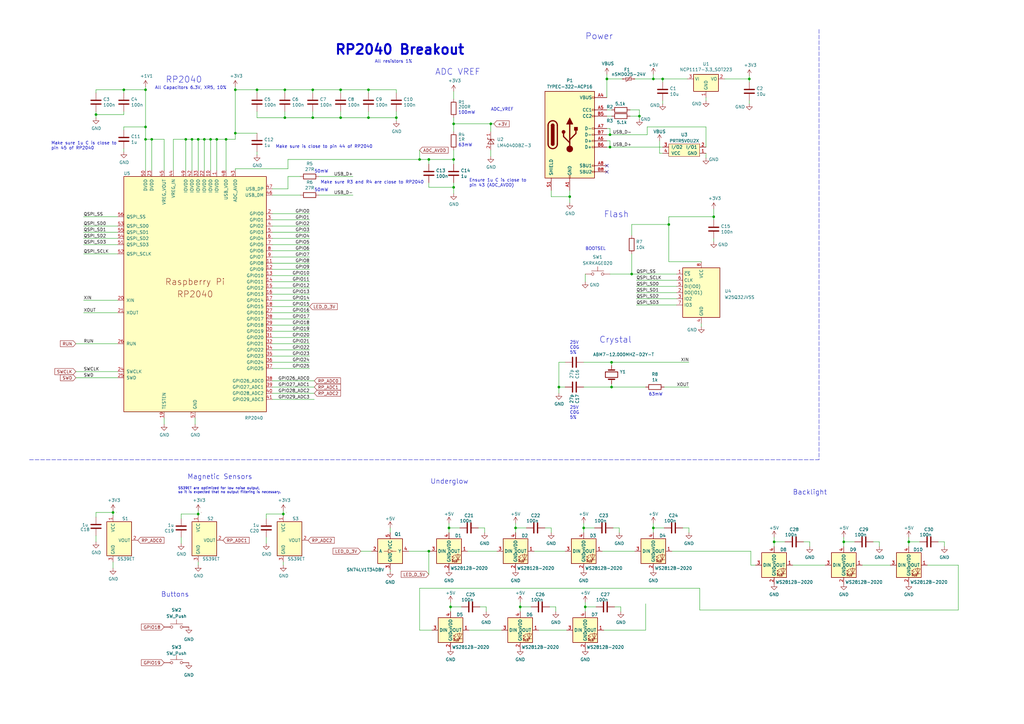
<source format=kicad_sch>
(kicad_sch (version 20230121) (generator eeschema)
  (paper "A3")
  (title_block (title "RP2040 Minimal Design Example") (date "2020-12-18") (rev "REV1") (company "Raspberry Pi (Trading) Ltd"))
  (junction (at 172.085 65.405))
  (junction (at 59.69 36.83))
  (junction (at 250.825 158.75))
  (junction (at 184.15 216.535))
  (junction (at 162.56 48.26))
  (junction (at 46.355 210.185))
  (junction (at 262.255 47.625))
  (junction (at 96.52 54.61))
  (junction (at 186.055 50.8))
  (junction (at 233.68 80.645))
  (junction (at 151.13 48.26))
  (junction (at 116.205 210.82))
  (junction (at 267.97 32.385))
  (junction (at 211.455 216.535))
  (junction (at 240.03 248.92))
  (junction (at 50.8 36.83))
  (junction (at 86.36 57.15))
  (junction (at 317.5 222.25))
  (junction (at 201.295 50.8))
  (junction (at 186.055 65.405))
  (junction (at 259.08 112.395))
  (junction (at 267.97 216.535))
  (junction (at 76.2 57.15))
  (junction (at 213.36 248.92))
  (junction (at 116.84 48.26))
  (junction (at 271.78 32.385))
  (junction (at 83.82 57.15))
  (junction (at 62.23 57.15))
  (junction (at 184.785 248.92))
  (junction (at 248.92 32.385))
  (junction (at 92.71 57.15))
  (junction (at 307.34 32.385))
  (junction (at 372.745 222.25))
  (junction (at 151.13 36.83))
  (junction (at 250.19 60.325))
  (junction (at 59.69 57.15))
  (junction (at 96.52 36.83))
  (junction (at 346.075 222.25))
  (junction (at 88.9 57.15))
  (junction (at 274.32 92.075))
  (junction (at 59.69 52.07))
  (junction (at 78.74 57.15))
  (junction (at 81.28 57.15))
  (junction (at 81.28 210.82))
  (junction (at 250.825 148.59))
  (junction (at 250.19 55.245))
  (junction (at 128.27 36.83))
  (junction (at 229.235 158.75))
  (junction (at 128.27 48.26))
  (junction (at 292.735 88.9))
  (junction (at 39.37 46.99))
  (junction (at 116.84 36.83))
  (junction (at 175.895 226.06))
  (junction (at 105.41 36.83))
  (junction (at 239.395 216.535))
  (junction (at 139.7 48.26))
  (junction (at 175.895 65.405))
  (junction (at 186.055 76.835))
  (junction (at 139.7 36.83))
  (no_connect (at 248.92 67.945))
  (no_connect (at 248.92 70.485))
  (wire (pts (xy 184.785 248.92) (xy 184.785 250.825)))
  (wire (pts (xy 34.29 100.33) (xy 48.26 100.33)))
  (wire (pts (xy 271.78 62.865) (xy 270.51 62.865)))
  (wire (pts (xy 92.71 69.85) (xy 92.71 57.15)))
  (wire (pts (xy 74.295 220.345) (xy 74.295 222.885)))
  (wire (pts (xy 116.205 210.82) (xy 109.22 210.82)))
  (wire (pts (xy 46.355 230.505) (xy 46.355 233.045)))
  (wire (pts (xy 191.77 226.06) (xy 203.835 226.06)))
  (wire (pts (xy 48.26 128.27) (xy 34.29 128.27)))
  (wire (pts (xy 59.69 36.83) (xy 59.69 52.07)))
  (wire (pts (xy 48.26 104.14) (xy 34.29 104.14)))
  (wire (pts (xy 325.12 231.775) (xy 338.455 231.775)))
  (wire (pts (xy 281.94 32.385) (xy 271.78 32.385)))
  (wire (pts (xy 39.37 36.83) (xy 50.8 36.83)))
  (wire (pts (xy 96.52 35.56) (xy 96.52 36.83)))
  (wire (pts (xy 239.395 216.535) (xy 243.84 216.535)))
  (wire (pts (xy 128.27 36.83) (xy 139.7 36.83)))
  (wire (pts (xy 250.825 157.48) (xy 250.825 158.75)))
  (wire (pts (xy 260.35 32.385) (xy 267.97 32.385)))
  (wire (pts (xy 50.8 60.96) (xy 50.8 62.23)))
  (wire (pts (xy 332.105 222.25) (xy 332.105 224.155)))
  (wire (pts (xy 50.8 52.07) (xy 59.69 52.07)))
  (wire (pts (xy 111.76 151.13) (xy 127 151.13)))
  (wire (pts (xy 111.76 140.97) (xy 127 140.97)))
  (wire (pts (xy 239.395 148.59) (xy 250.825 148.59)))
  (wire (pts (xy 81.28 57.15) (xy 83.82 57.15)))
  (wire (pts (xy 240.03 248.92) (xy 244.475 248.92)))
  (wire (pts (xy 264.795 247.65) (xy 264.795 258.445)))
  (wire (pts (xy 139.7 45.72) (xy 139.7 48.26)))
  (wire (pts (xy 250.825 45.085) (xy 248.92 45.085)))
  (wire (pts (xy 105.41 36.83) (xy 116.84 36.83)))
  (wire (pts (xy 240.03 112.395) (xy 240.03 115.57)))
  (wire (pts (xy 274.32 92.075) (xy 274.32 88.9)))
  (wire (pts (xy 48.26 88.9) (xy 34.29 88.9)))
  (wire (pts (xy 250.825 158.75) (xy 264.795 158.75)))
  (wire (pts (xy 213.36 248.92) (xy 217.805 248.92)))
  (wire (pts (xy 393.065 250.19) (xy 287.02 250.19)))
  (wire (pts (xy 186.055 74.93) (xy 186.055 76.835)))
  (wire (pts (xy 160.02 216.535) (xy 160.02 218.44)))
  (wire (pts (xy 184.785 248.92) (xy 189.23 248.92)))
  (wire (pts (xy 46.355 209.55) (xy 46.355 210.185)))
  (wire (pts (xy 118.11 69.215) (xy 118.11 65.405)))
  (wire (pts (xy 297.18 32.385) (xy 307.34 32.385)))
  (wire (pts (xy 34.29 123.19) (xy 48.26 123.19)))
  (wire (pts (xy 250.19 60.325) (xy 271.78 60.325)))
  (wire (pts (xy 267.97 216.535) (xy 272.415 216.535)))
  (wire (pts (xy 88.9 57.15) (xy 92.71 57.15)))
  (wire (pts (xy 186.055 50.8) (xy 201.295 50.8)))
  (wire (pts (xy 81.28 69.85) (xy 81.28 57.15)))
  (wire (pts (xy 111.76 120.65) (xy 127 120.65)))
  (wire (pts (xy 184.15 216.535) (xy 184.15 218.44)))
  (wire (pts (xy 116.84 48.26) (xy 105.41 48.26)))
  (wire (pts (xy 172.085 258.445) (xy 177.165 258.445)))
  (wire (pts (xy 59.69 57.15) (xy 59.69 69.85)))
  (wire (pts (xy 116.205 210.82) (xy 116.205 211.455)))
  (wire (pts (xy 111.76 138.43) (xy 127 138.43)))
  (wire (pts (xy 111.76 92.71) (xy 127 92.71)))
  (wire (pts (xy 175.895 235.585) (xy 175.895 226.06)))
  (wire (pts (xy 111.76 118.11) (xy 127 118.11)))
  (wire (pts (xy 250.19 55.245) (xy 265.43 55.245)))
  (wire (pts (xy 248.92 47.625) (xy 250.825 47.625)))
  (wire (pts (xy 265.43 52.07) (xy 265.43 55.245)))
  (wire (pts (xy 332.105 222.25) (xy 329.565 222.25)))
  (wire (pts (xy 233.68 80.645) (xy 233.68 83.185)))
  (wire (pts (xy 267.97 32.385) (xy 271.78 32.385)))
  (wire (pts (xy 393.065 231.775) (xy 393.065 250.19)))
  (wire (pts (xy 213.36 248.92) (xy 213.36 250.825)))
  (wire (pts (xy 96.52 54.61) (xy 105.41 54.61)))
  (wire (pts (xy 128.27 38.1) (xy 128.27 36.83)))
  (wire (pts (xy 250.19 52.705) (xy 250.19 55.245)))
  (wire (pts (xy 219.075 226.06) (xy 231.775 226.06)))
  (wire (pts (xy 76.2 69.85) (xy 76.2 57.15)))
  (polyline (pts (xy 335.915 12.065) (xy 335.915 188.595)) (stroke (width 0) (type dash)))
  (wire (pts (xy 116.84 45.72) (xy 116.84 48.26)))
  (wire (pts (xy 96.52 36.83) (xy 96.52 54.61)))
  (wire (pts (xy 199.39 248.92) (xy 199.39 250.825)))
  (wire (pts (xy 81.28 209.55) (xy 81.28 210.82)))
  (wire (pts (xy 275.59 226.06) (xy 307.975 226.06)))
  (wire (pts (xy 250.825 149.86) (xy 250.825 148.59)))
  (wire (pts (xy 231.775 158.75) (xy 229.235 158.75)))
  (wire (pts (xy 198.755 216.535) (xy 198.755 218.44)))
  (wire (pts (xy 186.055 65.405) (xy 186.055 67.31)))
  (wire (pts (xy 287.655 132.715) (xy 287.655 133.985)))
  (wire (pts (xy 105.41 38.1) (xy 105.41 36.83)))
  (wire (pts (xy 248.92 32.385) (xy 248.92 40.005)))
  (wire (pts (xy 62.23 69.85) (xy 62.23 57.15)))
  (wire (pts (xy 254 216.535) (xy 251.46 216.535)))
  (wire (pts (xy 172.085 241.3) (xy 172.085 258.445)))
  (wire (pts (xy 109.22 220.345) (xy 109.22 222.885)))
  (wire (pts (xy 92.71 57.15) (xy 96.52 57.15)))
  (wire (pts (xy 262.255 47.625) (xy 262.255 48.895)))
  (wire (pts (xy 167.64 226.06) (xy 175.895 226.06)))
  (wire (pts (xy 353.695 231.775) (xy 365.125 231.775)))
  (wire (pts (xy 175.895 226.06) (xy 176.53 226.06)))
  (wire (pts (xy 34.29 92.71) (xy 48.26 92.71)))
  (wire (pts (xy 184.15 214.63) (xy 184.15 216.535)))
  (wire (pts (xy 248.92 30.48) (xy 248.92 32.385)))
  (wire (pts (xy 267.97 30.48) (xy 267.97 32.385)))
  (wire (pts (xy 83.82 57.15) (xy 86.36 57.15)))
  (wire (pts (xy 111.76 87.63) (xy 127 87.63)))
  (wire (pts (xy 88.9 57.15) (xy 88.9 69.85)))
  (wire (pts (xy 317.5 222.25) (xy 321.945 222.25)))
  (wire (pts (xy 111.76 107.95) (xy 127 107.95)))
  (wire (pts (xy 227.965 248.92) (xy 227.965 250.825)))
  (wire (pts (xy 240.03 248.92) (xy 240.03 250.825)))
  (wire (pts (xy 184.785 247.015) (xy 184.785 248.92)))
  (wire (pts (xy 172.085 61.595) (xy 172.085 65.405)))
  (wire (pts (xy 307.34 41.275) (xy 307.34 42.545)))
  (wire (pts (xy 162.56 38.1) (xy 162.56 36.83)))
  (wire (pts (xy 287.02 241.3) (xy 287.02 250.19)))
  (wire (pts (xy 307.975 226.06) (xy 307.975 231.775)))
  (wire (pts (xy 130.81 80.01) (xy 144.78 80.01)))
  (wire (pts (xy 250.19 112.395) (xy 259.08 112.395)))
  (wire (pts (xy 111.76 133.35) (xy 127 133.35)))
  (wire (pts (xy 271.78 41.275) (xy 271.78 42.545)))
  (wire (pts (xy 111.76 105.41) (xy 127 105.41)))
  (wire (pts (xy 81.28 210.82) (xy 74.295 210.82)))
  (wire (pts (xy 34.29 95.25) (xy 48.26 95.25)))
  (wire (pts (xy 151.13 38.1) (xy 151.13 36.83)))
  (wire (pts (xy 250.19 60.325) (xy 250.19 57.785)))
  (wire (pts (xy 118.11 72.39) (xy 123.19 72.39)))
  (wire (pts (xy 67.31 69.85) (xy 67.31 57.15)))
  (wire (pts (xy 151.13 45.72) (xy 151.13 48.26)))
  (wire (pts (xy 111.76 130.81) (xy 127 130.81)))
  (wire (pts (xy 80.01 171.45) (xy 80.01 173.99)))
  (wire (pts (xy 111.76 128.27) (xy 127 128.27)))
  (wire (pts (xy 259.08 104.14) (xy 259.08 112.395)))
  (wire (pts (xy 201.295 50.8) (xy 201.295 53.975)))
  (wire (pts (xy 39.37 46.99) (xy 39.37 48.26)))
  (wire (pts (xy 274.32 88.9) (xy 292.735 88.9)))
  (wire (pts (xy 186.055 61.595) (xy 186.055 65.405)))
  (wire (pts (xy 229.235 148.59) (xy 229.235 158.75)))
  (wire (pts (xy 31.115 140.97) (xy 48.26 140.97)))
  (wire (pts (xy 317.5 220.345) (xy 317.5 222.25)))
  (wire (pts (xy 39.37 46.99) (xy 50.8 46.99)))
  (wire (pts (xy 227.965 248.92) (xy 225.425 248.92)))
  (wire (pts (xy 289.56 62.865) (xy 289.56 64.77)))
  (wire (pts (xy 111.76 125.73) (xy 127 125.73)))
  (polyline (pts (xy 12.065 188.595) (xy 335.915 188.595)) (stroke (width 0) (type dash)))
  (wire (pts (xy 111.76 115.57) (xy 127 115.57)))
  (wire (pts (xy 78.74 57.15) (xy 81.28 57.15)))
  (wire (pts (xy 282.575 216.535) (xy 280.035 216.535)))
  (wire (pts (xy 39.37 219.71) (xy 39.37 222.25)))
  (wire (pts (xy 151.13 48.26) (xy 162.56 48.26)))
  (wire (pts (xy 270.51 62.865) (xy 270.51 57.785)))
  (wire (pts (xy 31.115 152.4) (xy 48.26 152.4)))
  (wire (pts (xy 277.495 117.475) (xy 260.985 117.475)))
  (wire (pts (xy 211.455 214.63) (xy 211.455 216.535)))
  (wire (pts (xy 105.41 45.72) (xy 105.41 48.26)))
  (wire (pts (xy 71.12 57.15) (xy 76.2 57.15)))
  (wire (pts (xy 198.755 216.535) (xy 196.215 216.535)))
  (wire (pts (xy 262.255 45.085) (xy 262.255 47.625)))
  (wire (pts (xy 74.295 210.82) (xy 74.295 212.725)))
  (wire (pts (xy 372.745 222.25) (xy 377.19 222.25)))
  (wire (pts (xy 175.895 65.405) (xy 186.055 65.405)))
  (wire (pts (xy 239.395 158.75) (xy 250.825 158.75)))
  (wire (pts (xy 151.13 36.83) (xy 162.56 36.83)))
  (wire (pts (xy 231.775 148.59) (xy 229.235 148.59)))
  (wire (pts (xy 186.055 48.26) (xy 186.055 50.8)))
  (wire (pts (xy 130.81 72.39) (xy 144.78 72.39)))
  (wire (pts (xy 292.735 90.17) (xy 292.735 88.9)))
  (wire (pts (xy 307.34 32.385) (xy 307.34 31.115)))
  (wire (pts (xy 292.735 85.725) (xy 292.735 88.9)))
  (wire (pts (xy 265.43 52.07) (xy 289.56 52.07)))
  (wire (pts (xy 111.76 156.21) (xy 128.905 156.21)))
  (wire (pts (xy 260.985 125.095) (xy 277.495 125.095)))
  (wire (pts (xy 247.65 258.445) (xy 264.795 258.445)))
  (wire (pts (xy 111.76 100.33) (xy 127 100.33)))
  (wire (pts (xy 59.69 35.56) (xy 59.69 36.83)))
  (wire (pts (xy 46.355 210.185) (xy 46.355 211.455)))
  (wire (pts (xy 96.52 69.215) (xy 96.52 69.85)))
  (wire (pts (xy 139.7 48.26) (xy 128.27 48.26)))
  (wire (pts (xy 147.955 226.06) (xy 152.4 226.06)))
  (wire (pts (xy 111.76 163.83) (xy 128.905 163.83)))
  (wire (pts (xy 111.76 158.75) (xy 128.905 158.75)))
  (wire (pts (xy 213.36 247.015) (xy 213.36 248.92)))
  (wire (pts (xy 175.895 65.405) (xy 175.895 67.31)))
  (wire (pts (xy 111.76 113.03) (xy 127 113.03)))
  (wire (pts (xy 39.37 45.72) (xy 39.37 46.99)))
  (wire (pts (xy 160.02 233.68) (xy 160.02 234.315)))
  (wire (pts (xy 240.03 247.015) (xy 240.03 248.92)))
  (wire (pts (xy 229.235 158.75) (xy 229.235 161.29)))
  (wire (pts (xy 116.205 209.55) (xy 116.205 210.82)))
  (wire (pts (xy 186.055 37.465) (xy 186.055 40.64)))
  (wire (pts (xy 105.41 63.5) (xy 105.41 62.23)))
  (wire (pts (xy 346.075 222.25) (xy 346.075 224.155)))
  (wire (pts (xy 346.075 220.345) (xy 346.075 222.25)))
  (wire (pts (xy 239.395 216.535) (xy 239.395 218.44)))
  (wire (pts (xy 307.34 33.655) (xy 307.34 32.385)))
  (wire (pts (xy 111.76 97.79) (xy 127 97.79)))
  (wire (pts (xy 372.745 220.345) (xy 372.745 222.25)))
  (wire (pts (xy 360.68 222.25) (xy 358.14 222.25)))
  (wire (pts (xy 186.055 50.8) (xy 186.055 53.975)))
  (wire (pts (xy 260.985 122.555) (xy 277.495 122.555)))
  (wire (pts (xy 372.745 222.25) (xy 372.745 224.155)))
  (wire (pts (xy 31.115 154.94) (xy 48.26 154.94)))
  (wire (pts (xy 111.76 161.29) (xy 128.905 161.29)))
  (wire (pts (xy 254.635 248.92) (xy 254.635 250.825)))
  (wire (pts (xy 39.37 38.1) (xy 39.37 36.83)))
  (wire (pts (xy 287.02 241.3) (xy 172.085 241.3)))
  (wire (pts (xy 271.78 33.655) (xy 271.78 32.385)))
  (wire (pts (xy 184.15 216.535) (xy 188.595 216.535)))
  (wire (pts (xy 86.36 69.85) (xy 86.36 57.15)))
  (wire (pts (xy 111.76 90.17) (xy 127 90.17)))
  (wire (pts (xy 239.395 214.63) (xy 239.395 216.535)))
  (wire (pts (xy 360.68 222.25) (xy 360.68 224.155)))
  (wire (pts (xy 59.69 52.07) (xy 59.69 57.15)))
  (wire (pts (xy 267.97 216.535) (xy 267.97 218.44)))
  (wire (pts (xy 199.39 248.92) (xy 196.85 248.92)))
  (wire (pts (xy 50.8 36.83) (xy 59.69 36.83)))
  (wire (pts (xy 220.98 258.445) (xy 232.41 258.445)))
  (wire (pts (xy 211.455 216.535) (xy 215.9 216.535)))
  (wire (pts (xy 226.06 78.105) (xy 226.06 80.645)))
  (wire (pts (xy 380.365 231.775) (xy 393.065 231.775)))
  (wire (pts (xy 116.84 36.83) (xy 128.27 36.83)))
  (wire (pts (xy 233.68 78.105) (xy 233.68 80.645)))
  (wire (pts (xy 387.35 222.25) (xy 387.35 224.155)))
  (wire (pts (xy 226.06 80.645) (xy 233.68 80.645)))
  (wire (pts (xy 118.11 72.39) (xy 118.11 77.47)))
  (wire (pts (xy 247.015 226.06) (xy 260.35 226.06)))
  (wire (pts (xy 162.56 48.26) (xy 162.56 49.53)))
  (wire (pts (xy 96.52 54.61) (xy 96.52 57.15)))
  (wire (pts (xy 248.92 32.385) (xy 255.27 32.385)))
  (wire (pts (xy 111.76 110.49) (xy 127 110.49)))
  (wire (pts (xy 258.445 47.625) (xy 262.255 47.625)))
  (wire (pts (xy 118.11 65.405) (xy 172.085 65.405)))
  (wire (pts (xy 111.76 80.01) (xy 123.19 80.01)))
  (wire (pts (xy 67.31 57.15) (xy 62.23 57.15)))
  (wire (pts (xy 274.32 92.075) (xy 274.32 107.315)))
  (wire (pts (xy 274.32 107.315) (xy 287.655 107.315)))
  (wire (pts (xy 250.825 148.59) (xy 282.575 148.59)))
  (wire (pts (xy 78.74 69.85) (xy 78.74 57.15)))
  (wire (pts (xy 67.31 171.45) (xy 67.31 173.99)))
  (wire (pts (xy 254.635 248.92) (xy 252.095 248.92)))
  (wire (pts (xy 111.76 77.47) (xy 118.11 77.47)))
  (wire (pts (xy 81.28 231.775) (xy 81.28 230.505)))
  (wire (pts (xy 162.56 45.72) (xy 162.56 48.26)))
  (wire (pts (xy 248.92 52.705) (xy 250.19 52.705)))
  (wire (pts (xy 139.7 38.1) (xy 139.7 36.83)))
  (wire (pts (xy 116.84 38.1) (xy 116.84 36.83)))
  (wire (pts (xy 111.76 123.19) (xy 127 123.19)))
  (wire (pts (xy 211.455 216.535) (xy 211.455 218.44)))
  (wire (pts (xy 111.76 146.05) (xy 127 146.05)))
  (wire (pts (xy 260.985 114.935) (xy 277.495 114.935)))
  (wire (pts (xy 111.76 102.87) (xy 127 102.87)))
  (wire (pts (xy 128.27 45.72) (xy 128.27 48.26)))
  (wire (pts (xy 387.35 222.25) (xy 384.81 222.25)))
  (wire (pts (xy 50.8 38.1) (xy 50.8 36.83)))
  (wire (pts (xy 172.085 65.405) (xy 175.895 65.405)))
  (wire (pts (xy 34.29 97.79) (xy 48.26 97.79)))
  (wire (pts (xy 272.415 158.75) (xy 282.575 158.75)))
  (wire (pts (xy 111.76 95.25) (xy 127 95.25)))
  (wire (pts (xy 175.895 74.93) (xy 175.895 76.835)))
  (wire (pts (xy 111.76 135.89) (xy 127 135.89)))
  (wire (pts (xy 289.56 52.07) (xy 289.56 60.325)))
  (wire (pts (xy 62.23 57.15) (xy 59.69 57.15)))
  (wire (pts (xy 259.08 92.075) (xy 259.08 96.52)))
  (wire (pts (xy 259.08 112.395) (xy 277.495 112.395)))
  (wire (pts (xy 111.76 148.59) (xy 127 148.59)))
  (wire (pts (xy 248.92 57.785) (xy 250.19 57.785)))
  (wire (pts (xy 96.52 69.215) (xy 118.11 69.215)))
  (wire (pts (xy 292.735 97.79) (xy 292.735 99.06)))
  (wire (pts (xy 39.37 210.185) (xy 39.37 212.09)))
  (wire (pts (xy 71.12 69.85) (xy 71.12 57.15)))
  (wire (pts (xy 226.06 216.535) (xy 226.06 218.44)))
  (wire (pts (xy 248.92 55.245) (xy 250.19 55.245)))
  (wire (pts (xy 282.575 216.535) (xy 282.575 218.44)))
  (wire (pts (xy 76.2 57.15) (xy 78.74 57.15)))
  (wire (pts (xy 259.08 92.075) (xy 274.32 92.075)))
  (wire (pts (xy 81.28 210.82) (xy 81.28 211.455)))
  (wire (pts (xy 83.82 69.85) (xy 83.82 57.15)))
  (wire (pts (xy 186.055 76.835) (xy 186.055 79.375)))
  (wire (pts (xy 46.355 210.185) (xy 39.37 210.185)))
  (wire (pts (xy 317.5 222.25) (xy 317.5 224.155)))
  (wire (pts (xy 116.205 231.775) (xy 116.205 230.505)))
  (wire (pts (xy 277.495 120.015) (xy 260.985 120.015)))
  (wire (pts (xy 262.255 45.085) (xy 258.445 45.085)))
  (wire (pts (xy 192.405 258.445) (xy 205.74 258.445)))
  (wire (pts (xy 289.56 40.005) (xy 289.56 41.275)))
  (wire (pts (xy 226.06 216.535) (xy 223.52 216.535)))
  (wire (pts (xy 254 216.535) (xy 254 218.44)))
  (wire (pts (xy 50.8 46.99) (xy 50.8 45.72)))
  (wire (pts (xy 128.27 48.26) (xy 116.84 48.26)))
  (wire (pts (xy 50.8 53.34) (xy 50.8 52.07)))
  (wire (pts (xy 139.7 48.26) (xy 151.13 48.26)))
  (wire (pts (xy 201.295 50.8) (xy 202.565 50.8)))
  (wire (pts (xy 139.7 36.83) (xy 151.13 36.83)))
  (wire (pts (xy 248.92 60.325) (xy 250.19 60.325)))
  (wire (pts (xy 201.295 61.595) (xy 201.295 64.135)))
  (wire (pts (xy 267.97 214.63) (xy 267.97 216.535)))
  (wire (pts (xy 111.76 143.51) (xy 127 143.51)))
  (wire (pts (xy 86.36 57.15) (xy 88.9 57.15)))
  (wire (pts (xy 307.975 231.775) (xy 309.88 231.775)))
  (wire (pts (xy 109.22 210.82) (xy 109.22 212.725)))
  (wire (pts (xy 175.895 76.835) (xy 186.055 76.835)))
  (wire (pts (xy 346.075 222.25) (xy 350.52 222.25)))
  (wire (pts (xy 96.52 36.83) (xy 105.41 36.83)))
  (image (at 152.4 -170.815) (scale 5.52324))
  (image (at -136.525 45.085) (scale 2.69118))
  (text "RP2040 Breakout\n" (at 137.16 22.86 0) (effects (font (size 4 4) (thickness 0.8) bold) (justify left bottom)))
  (text "All Capacitors 6.3V, XR5, 10%" (at 63.5 36.83 0) (effects (font (size 1.27 1.27)) (justify left bottom)))
  (text "Make sure 1u C is close to \npin 45 of RP2040" (at 20.955 61.595 0) (effects (font (size 1.27 1.27)) (justify left bottom)))
  (text "ADC VREF" (at 178.435 31.115 0) (effects (font (size 2.54 2.54)) (justify left bottom)))
  (text "63mW" (at 266.065 162.56 0) (effects (font (size 1.27 1.27)) (justify left bottom)))
  (text "25V\nC0G\n5%" (at 233.68 145.415 0) (effects (font (size 1.27 1.27)) (justify left bottom)))
  (text "ADC_VREF" (at 201.295 45.72 0) (effects (font (size 1.27 1.27)) (justify left bottom)))
  (text "Make sure R3 and R4 are close to RP2040" (at 131.445 75.565 0) (effects (font (size 1.27 1.27)) (justify left bottom)))
  (text "Magnetic Sensors" (at 76.835 196.85 0) (effects (font (size 2 2)) (justify left bottom)))
  (text "Underglow" (at 176.53 198.755 0) (effects (font (size 2 2)) (justify left bottom)))
  (text "63mW" (at 187.96 60.325 0) (effects (font (size 1.27 1.27)) (justify left bottom)))
  (text "RP2040" (at 67.945 34.29 0) (effects (font (size 2.54 2.54)) (justify left bottom)))
  (text "SS39ET are optimized for low noise output, \nso it is expected that no output filtering is necessary." (at 73.025 202.565 0) (effects (font (size 1 1)) (justify left bottom)))
  (text "BOOTSEL" (at 240.03 102.87 0) (effects (font (size 1.27 1.27)) (justify left bottom)))
  (text "Power" (at 240.03 16.51 0) (effects (font (size 2.54 2.54)) (justify left bottom)))
  (text "Buttons" (at 66.04 245.11 0) (effects (font (size 2 2)) (justify left bottom)))
  (text "Crystal" (at 245.745 140.97 0) (effects (font (size 2.54 2.54)) (justify left bottom)))
  (text "Make sure is close to pin 44 of RP2040" (at 113.03 60.96 0) (effects (font (size 1.27 1.27)) (justify left bottom)))
  (text "All resistors 1%" (at 153.67 26.035 0) (effects (font (size 1.27 1.27)) (justify left bottom)))
  (text "Backlight" (at 325.12 203.2 0) (effects (font (size 2 2)) (justify left bottom)))
  (text "50mW" (at 128.905 71.12 0) (effects (font (size 1.27 1.27)) (justify left bottom)))
  (text "25V\nC0G\n5%" (at 233.68 172.085 0) (effects (font (size 1.27 1.27)) (justify left bottom)))
  (text "50mW" (at 128.905 78.74 0) (effects (font (size 1.27 1.27)) (justify left bottom)))
  (text "Flash" (at 247.65 89.535 0) (effects (font (size 2.54 2.54)) (justify left bottom)))
  (text "Ensure 1u C is close to \npin 43 (ADC_AVDD)" (at 192.405 76.835 0) (effects (font (size 1.27 1.27)) (justify left bottom)))
  (text "100mW" (at 187.96 46.99 0) (effects (font (size 1.27 1.27)) (justify left bottom)))
  (label "GPIO3" (at 127 95.25 180))
  (label "QSPI_SCLK" (at 260.985 114.935 0))
  (label "QSPI_SD2" (at 260.985 122.555 0))
  (label "GPIO22" (at 127 143.51 180))
  (label "QSPI_SD0" (at 260.985 117.475 0))
  (label "GPIO0" (at 127 87.63 180))
  (label "QSPI_SD3" (at 34.29 100.33 0))
  (label "GPIO15" (at 127 125.73 180))
  (label "GPIO2" (at 127 92.71 180))
  (label "GPIO19" (at 127 135.89 180))
  (label "XOUT" (at 34.29 128.27 0))
  (label "GPIO6" (at 127 102.87 180))
  (label "QSPI_SD1" (at 260.985 120.015 0))
  (label "QSPI_SD0" (at 34.29 92.71 0))
  (label "GPIO23" (at 127 146.05 180))
  (label "GPIO28_ADC2" (at 127 161.29 180))
  (label "GPIO17" (at 127 130.81 180))
  (label "XIN" (at 34.29 123.19 0))
  (label "USB_D+" (at 259.08 60.325 180))
  (label "USB_D+" (at 144.78 72.39 180))
  (label "USB_D-" (at 144.78 80.01 180))
  (label "SWD" (at 34.29 154.94 0))
  (label "GPIO13" (at 127 120.65 180))
  (label "GPIO5" (at 127 100.33 180))
  (label "GPIO29_ADC3" (at 127 163.83 180))
  (label "GPIO24" (at 127 148.59 180))
  (label "GPIO21" (at 127 140.97 180))
  (label "QSPI_SD3" (at 260.985 125.095 0))
  (label "GPIO10" (at 127 113.03 180))
  (label "GPIO1" (at 127 90.17 180))
  (label "RUN" (at 34.29 140.97 0))
  (label "SWCLK" (at 34.29 152.4 0))
  (label "GPIO9" (at 127 110.49 180))
  (label "XIN" (at 282.575 148.59 180))
  (label "GPIO16" (at 127 128.27 180))
  (label "GPIO20" (at 127 138.43 180))
  (label "GPIO4" (at 127 97.79 180))
  (label "GPIO8" (at 127 107.95 180))
  (label "QSPI_SD1" (at 34.29 95.25 0))
  (label "GPIO18" (at 127 133.35 180))
  (label "GPIO25" (at 127 151.13 180))
  (label "XOUT" (at 282.575 158.75 180))
  (label "GPIO12" (at 127 118.11 180))
  (label "QSPI_SCLK" (at 34.29 104.14 0))
  (label "GPIO26_ADC0" (at 127 156.21 180))
  (label "USB_D-" (at 259.08 55.245 180))
  (label "QSPI_SS" (at 34.29 88.9 0))
  (label "GPIO14" (at 127 123.19 180))
  (label "GPIO7" (at 127 105.41 180))
  (label "GPIO11" (at 127 115.57 180))
  (label "GPIO27_ADC1" (at 127 158.75 180))
  (label "QSPI_SS" (at 260.985 112.395 0))
  (label "QSPI_SD2" (at 34.29 97.79 0))
  (global_label "+3V" (shape input) (at 202.565 50.8 0) (property "Intersheetrefs" "${INTERSHEET_REFS}" (effects hide)))
  (global_label "RP_ADC0" (shape input) (at 56.515 221.615 0) (property "Intersheetrefs" "${INTERSHEET_REFS}" (effects hide)))
  (global_label "RP_ADC1" (shape input) (at 128.905 158.75 0) (property "Intersheetrefs" "${INTERSHEET_REFS}" (effects hide)))
  (global_label "RP_ADC0" (shape input) (at 128.905 156.21 0) (property "Intersheetrefs" "${INTERSHEET_REFS}" (effects hide)))
  (global_label "RP_ADC2" (shape input) (at 126.365 221.615 0) (property "Intersheetrefs" "${INTERSHEET_REFS}" (effects hide)))
  (global_label "ADC_AVDD" (shape input) (at 172.085 61.595 0) (property "Intersheetrefs" "${INTERSHEET_REFS}" (effects hide)))
  (global_label "RP_ADC1" (shape input) (at 91.44 221.615 0) (property "Intersheetrefs" "${INTERSHEET_REFS}" (effects hide)))
  (global_label "LED_D_5V" (shape input) (at 175.895 235.585 180) (property "Intersheetrefs" "${INTERSHEET_REFS}" (effects hide)))
  (global_label "RP_ADC2" (shape input) (at 128.905 161.29 0) (property "Intersheetrefs" "${INTERSHEET_REFS}" (effects hide)))
  (global_label "GPIO19" (shape input) (at 67.31 271.78 180) (property "Intersheetrefs" "${INTERSHEET_REFS}" (effects hide)))
  (global_label "LED_D_3V" (shape input) (at 147.955 226.06 180) (property "Intersheetrefs" "${INTERSHEET_REFS}" (effects hide)))
  (global_label "SWD" (shape input) (at 31.115 154.94 180) (property "Intersheetrefs" "${INTERSHEET_REFS}" (effects hide)))
  (global_label "GPIO18" (shape input) (at 67.31 257.175 180) (property "Intersheetrefs" "${INTERSHEET_REFS}" (effects hide)))
  (global_label "SWCLK" (shape input) (at 31.115 152.4 180) (property "Intersheetrefs" "${INTERSHEET_REFS}" (effects hide)))
  (global_label "RUN" (shape input) (at 31.115 140.97 180) (property "Intersheetrefs" "${INTERSHEET_REFS}" (effects hide)))
  (global_label "LED_D_3V" (shape input) (at 127 125.73 0) (property "Intersheetrefs" "${INTERSHEET_REFS}" (effects hide)))
  (symbol (lib_id "MCU_RaspberryPi_RP2040:RP2040") (at 80.01 120.65 0) (unit 1)
    (property "Reference" "U5" (at 52.07 71.12 0))
    (property "Value" "RP2040" (at 104.14 171.45 0))
    (property "Footprint" "RP2040_minimal:RP2040-QFN-56" (effects hide))
  )
  (symbol (lib_id "Device:C") (at 235.585 148.59 270) (unit 1)
    (property "Reference" "C16" (at 236.7534 151.511 0) (effects (justify left)))
    (property "Value" "27p" (at 234.442 151.511 0) (effects (justify left)))
    (property "Footprint" "Capacitor_SMD:C_0402_1005Metric" (effects hide))
  )
  (symbol (lib_id "Device:C") (at 235.585 158.75 270) (unit 1)
    (property "Reference" "C17" (at 236.7534 161.671 0) (effects (justify left)))
    (property "Value" "27p" (at 234.442 161.671 0) (effects (justify left)))
    (property "Footprint" "Capacitor_SMD:C_0402_1005Metric" (effects hide))
  )
  (symbol (lib_id "power:GND") (at 229.235 161.29 0) (unit 1)
    (property "Reference" "#PWR024" (effects hide))
    (property "Value" "GND" (at 229.362 165.6842 0))
  )
  (symbol (lib_id "power:+3V3") (at 292.735 85.725 0) (unit 1)
    (property "Reference" "#PWR020" (effects hide))
    (property "Value" "+3V3" (at 293.116 81.3308 0))
  )
  (symbol (lib_id "power:GND") (at 287.655 133.985 0) (unit 1)
    (property "Reference" "#PWR023" (effects hide))
    (property "Value" "GND" (at 283.845 135.255 0))
  )
  (symbol (lib_id "Device:R") (at 259.08 100.33 0) (unit 1)
    (property "Reference" "R7" (at 260.858 99.1616 0) (effects (justify left)))
    (property "Value" "10k" (at 260.858 101.473 0) (effects (justify left)))
    (property "Footprint" "Capacitor_SMD:C_0402_1005Metric" (effects hide))
  )
  (symbol (lib_id "Device:C") (at 292.735 93.98 0) (unit 1)
    (property "Reference" "C15" (at 295.656 92.8116 0) (effects (justify left)))
    (property "Value" "100n" (at 295.656 95.123 0) (effects (justify left)))
    (property "Footprint" "Capacitor_SMD:C_0402_1005Metric" (effects hide))
  )
  (symbol (lib_id "power:GND") (at 292.735 99.06 0) (unit 1)
    (property "Reference" "#PWR021" (effects hide))
    (property "Value" "GND" (at 296.545 100.33 0))
  )
  (symbol (lib_id "power:GND") (at 80.01 173.99 0) (unit 1)
    (property "Reference" "#PWR026" (effects hide))
    (property "Value" "GND" (at 80.137 178.3842 0))
  )
  (symbol (lib_id "power:GND") (at 67.31 173.99 0) (unit 1)
    (property "Reference" "#PWR025" (effects hide))
    (property "Value" "GND" (at 67.437 178.3842 0))
  )
  (symbol (lib_id "Device:R") (at 127 72.39 270) (unit 1)
    (property "Reference" "R5" (at 127 67.1322 90))
    (property "Value" "27R" (at 127 69.4436 90))
    (property "Footprint" "Capacitor_SMD:C_0402_1005Metric" (effects hide))
  )
  (symbol (lib_id "Device:R") (at 127 80.01 270) (unit 1)
    (property "Reference" "R6" (at 127 74.7522 90))
    (property "Value" "27R" (at 127 77.0636 90))
    (property "Footprint" "Capacitor_SMD:C_0402_1005Metric" (effects hide))
  )
  (symbol (lib_id "power:GND") (at 233.68 83.185 0) (unit 1)
    (property "Reference" "#PWR019" (effects hide))
    (property "Value" "GND" (at 233.807 87.5792 0))
  )
  (symbol (lib_id "power:+3V3") (at 96.52 35.56 0) (unit 1)
    (property "Reference" "#PWR05" (effects hide))
    (property "Value" "+3V3" (at 96.901 31.1658 0))
  )
  (symbol (lib_id "power:+1V1") (at 59.69 35.56 0) (unit 1)
    (property "Reference" "#PWR04" (effects hide))
    (property "Value" "+1V1" (at 60.071 31.1658 0))
  )
  (symbol (lib_id "Device:C") (at 105.41 41.91 0) (unit 1)
    (property "Reference" "C5" (at 108.331 40.7416 0) (effects (justify left)))
    (property "Value" "100n" (at 108.331 43.053 0) (effects (justify left)))
    (property "Footprint" "Capacitor_SMD:C_0402_1005Metric" (effects hide))
  )
  (symbol (lib_id "Device:C") (at 116.84 41.91 0) (unit 1)
    (property "Reference" "C6" (at 119.761 40.7416 0) (effects (justify left)))
    (property "Value" "100n" (at 119.761 43.053 0) (effects (justify left)))
    (property "Footprint" "Capacitor_SMD:C_0402_1005Metric" (effects hide))
  )
  (symbol (lib_id "Device:C") (at 128.27 41.91 0) (unit 1)
    (property "Reference" "C7" (at 131.191 40.7416 0) (effects (justify left)))
    (property "Value" "100n" (at 131.191 43.053 0) (effects (justify left)))
    (property "Footprint" "Capacitor_SMD:C_0402_1005Metric" (effects hide))
  )
  (symbol (lib_id "Device:C") (at 139.7 41.91 0) (unit 1)
    (property "Reference" "C8" (at 142.621 40.7416 0) (effects (justify left)))
    (property "Value" "100n" (at 142.621 43.053 0) (effects (justify left)))
    (property "Footprint" "Capacitor_SMD:C_0402_1005Metric" (effects hide))
  )
  (symbol (lib_id "Device:C") (at 151.13 41.91 0) (unit 1)
    (property "Reference" "C9" (at 154.051 40.7416 0) (effects (justify left)))
    (property "Value" "100n" (at 154.051 43.053 0) (effects (justify left)))
    (property "Footprint" "Capacitor_SMD:C_0402_1005Metric" (effects hide))
  )
  (symbol (lib_id "Device:C") (at 162.56 41.91 0) (unit 1)
    (property "Reference" "C10" (at 165.481 40.7416 0) (effects (justify left)))
    (property "Value" "100n" (at 165.481 43.053 0) (effects (justify left)))
    (property "Footprint" "Capacitor_SMD:C_0402_1005Metric" (effects hide))
  )
  (symbol (lib_id "Device:C") (at 39.37 41.91 0) (unit 1)
    (property "Reference" "C3" (at 42.291 40.7416 0) (effects (justify left)))
    (property "Value" "100n" (at 42.291 43.053 0) (effects (justify left)))
    (property "Footprint" "Capacitor_SMD:C_0402_1005Metric" (effects hide))
  )
  (symbol (lib_id "Device:C") (at 50.8 41.91 0) (unit 1)
    (property "Reference" "C4" (at 53.721 40.7416 0) (effects (justify left)))
    (property "Value" "100n" (at 53.721 43.053 0) (effects (justify left)))
    (property "Footprint" "Capacitor_SMD:C_0402_1005Metric" (effects hide))
  )
  (symbol (lib_id "Device:C") (at 50.8 57.15 0) (unit 1)
    (property "Reference" "C11" (at 53.721 55.9816 0) (effects (justify left)))
    (property "Value" "1u" (at 53.721 58.293 0) (effects (justify left)))
    (property "Footprint" "Capacitor_SMD:C_0402_1005Metric" (effects hide))
  )
  (symbol (lib_id "Device:C") (at 105.41 58.42 0) (unit 1)
    (property "Reference" "C12" (at 108.331 57.2516 0) (effects (justify left)))
    (property "Value" "1u" (at 108.331 59.563 0) (effects (justify left)))
    (property "Footprint" "Capacitor_SMD:C_0402_1005Metric" (effects hide))
  )
  (symbol (lib_id "power:GND") (at 162.56 49.53 0) (unit 1)
    (property "Reference" "#PWR012" (effects hide))
    (property "Value" "GND" (at 162.687 53.9242 0))
  )
  (symbol (lib_id "power:GND") (at 39.37 48.26 0) (unit 1)
    (property "Reference" "#PWR010" (effects hide))
    (property "Value" "GND" (at 39.497 52.6542 0))
  )
  (symbol (lib_id "power:GND") (at 50.8 62.23 0) (unit 1)
    (property "Reference" "#PWR014" (effects hide))
    (property "Value" "GND" (at 50.927 66.6242 0))
  )
  (symbol (lib_id "power:GND") (at 105.41 63.5 0) (unit 1)
    (property "Reference" "#PWR015" (effects hide))
    (property "Value" "GND" (at 105.537 67.8942 0))
  )
  (symbol (lib_id "Regulator_Linear:NCP1117-3.3_SOT223") (at 289.56 32.385 0) (unit 1)
    (property "Reference" "U1" (at 289.56 26.2382 0))
    (property "Value" "NCP1117-3.3_SOT223" (at 289.56 28.5496 0))
    (property "Footprint" "Package_TO_SOT_SMD:SOT-223-3_TabPin2" (effects hide))
    (property "Datasheet" "http://www.onsemi.com/pub_link/Collateral/NCP1117-D.PDF" (effects hide))
  )
  (symbol (lib_id "power:GND") (at 289.56 41.275 0) (unit 1)
    (property "Reference" "#PWR07" (effects hide))
    (property "Value" "GND" (at 285.75 42.545 0))
  )
  (symbol (lib_id "power:+3V3") (at 307.34 31.115 0) (unit 1)
    (property "Reference" "#PWR03" (effects hide))
    (property "Value" "+3V3" (at 307.721 26.7208 0))
  )
  (symbol (lib_id "Device:C") (at 271.78 37.465 0) (unit 1)
    (property "Reference" "C1" (at 274.701 36.2966 0) (effects (justify left)))
    (property "Value" "10u" (at 274.701 38.608 0) (effects (justify left)))
    (property "Footprint" "Capacitor_SMD:C_0805_2012Metric" (effects hide))
  )
  (symbol (lib_id "Device:C") (at 307.34 37.465 0) (unit 1)
    (property "Reference" "C2" (at 310.261 36.2966 0) (effects (justify left)))
    (property "Value" "10u" (at 310.261 38.608 0) (effects (justify left)))
    (property "Footprint" "Capacitor_SMD:C_0805_2012Metric" (effects hide))
  )
  (symbol (lib_id "power:GND") (at 271.78 42.545 0) (unit 1)
    (property "Reference" "#PWR08" (effects hide))
    (property "Value" "GND" (at 268.605 43.18 0))
  )
  (symbol (lib_id "power:GND") (at 307.34 42.545 0) (unit 1)
    (property "Reference" "#PWR09" (effects hide))
    (property "Value" "GND" (at 303.53 43.815 0))
  )
  (symbol (lib_id "Device:R") (at 268.605 158.75 270) (unit 1)
    (property "Reference" "R8" (at 268.605 153.4922 90))
    (property "Value" "1k" (at 268.605 155.8036 90))
    (property "Footprint" "Capacitor_SMD:C_0402_1005Metric" (effects hide))
  )
  (symbol (lib_id "Device:Crystal") (at 250.825 153.67 270) (unit 1)
    (property "Reference" "Y1" (at 254.1524 152.5016 90) (effects (justify left)))
    (property "Value" "ABM7-12.000MHZ-D2Y-T" (at 243.205 145.415 90) (effects (justify left)))
    (property "Footprint" "Crystal:Crystal_SMD_Abracon_ABM7-2Pin_6.0x3.5mm" (effects hide))
  )
  (symbol (lib_id "power:GND") (at 262.255 48.895 0) (unit 1)
    (property "Reference" "#PWR011" (effects hide))
    (property "Value" "GND" (at 264.795 48.895 0))
  )
  (symbol (lib_id "power:GND") (at 186.055 79.375 0) (unit 1)
    (property "Reference" "#PWR018" (effects hide))
    (property "Value" "GND" (at 186.182 83.7692 0))
  )
  (symbol (lib_id "Device:C") (at 175.895 71.12 0) (unit 1)
    (property "Reference" "C13" (at 178.816 69.9516 0) (effects (justify left)))
    (property "Value" "100n" (at 178.816 72.263 0) (effects (justify left)))
    (property "Footprint" "Capacitor_SMD:C_0402_1005Metric" (effects hide))
  )
  (symbol (lib_id "LED:WS2812B-2020") (at 184.15 226.06 0) (unit 1)
    (property "Reference" "D1" (at 187.96 219.71 0))
    (property "Value" "WS2812B-2020" (at 192.405 233.045 0))
    (property "Footprint" "LED_SMD:LED_WS2812B-2020_PLCC4_2.0x2.0mm" (effects hide))
  )
  (symbol (lib_id "power:VBUS") (at 270.51 57.785 0) (unit 1)
    (property "Reference" "#PWR013" (effects hide))
    (property "Value" "VBUS" (at 270.51 53.975 0))
  )
  (symbol (lib_id "Device:C") (at 39.37 215.9 180) (unit 1)
    (property "Reference" "C18" (at 36.83 217.17 0) (effects (justify left)))
    (property "Value" "1u" (at 36.195 215.265 0) (effects (justify left)))
    (property "Footprint" "Capacitor_SMD:C_0402_1005Metric" (effects hide))
  )
  (symbol (lib_name "GND_1") (lib_id "power:GND") (at 282.575 218.44 0) (unit 1)
    (property "Reference" "#PWR038" (effects hide))
    (property "Value" "GND" (at 282.575 222.885 0))
  )
  (symbol (lib_id "Device:C") (at 186.055 71.12 0) (unit 1)
    (property "Reference" "C14" (at 188.976 69.9516 0) (effects (justify left)))
    (property "Value" "1u" (at 188.976 72.263 0) (effects (justify left)))
    (property "Footprint" "Capacitor_SMD:C_0402_1005Metric" (effects hide))
  )
  (symbol (lib_name "GND_1") (lib_id "power:GND") (at 184.785 266.065 0) (unit 1)
    (property "Reference" "#PWR057" (effects hide))
    (property "Value" "GND" (at 184.785 270.51 0))
  )
  (symbol (lib_id "power:+5V") (at 267.97 30.48 0) (unit 1)
    (property "Reference" "#PWR02" (effects hide))
    (property "Value" "+5V" (at 267.97 26.67 0))
  )
  (symbol (lib_name "GND_1") (lib_id "power:GND") (at 77.47 257.175 0) (unit 1)
    (property "Reference" "#PWR056" (effects hide))
    (property "Value" "GND" (at 77.47 262.255 0))
  )
  (symbol (lib_id "Device:C") (at 193.04 248.92 90) (unit 1)
    (property "Reference" "C25" (at 194.945 243.84 90) (effects (justify left)))
    (property "Value" "100n" (at 194.183 245.999 90) (effects (justify left)))
    (property "Footprint" "Capacitor_SMD:C_0402_1005Metric" (effects hide))
  )
  (symbol (lib_id "Device:C") (at 381 222.25 90) (unit 1)
    (property "Reference" "C30" (at 382.905 217.17 90) (effects (justify left)))
    (property "Value" "100n" (at 382.143 219.329 90) (effects (justify left)))
    (property "Footprint" "Capacitor_SMD:C_0402_1005Metric" (effects hide))
  )
  (symbol (lib_id "power:GND") (at 109.22 222.885 0) (unit 1)
    (property "Reference" "#PWR041" (effects hide))
    (property "Value" "GND" (at 109.347 227.2792 0))
  )
  (symbol (lib_id "power:+5V") (at 213.36 247.015 0) (unit 1)
    (property "Reference" "#PWR051" (effects hide))
    (property "Value" "+5V" (at 213.36 243.205 0))
  )
  (symbol (lib_id "power:+5V") (at 239.395 214.63 0) (unit 1)
    (property "Reference" "#PWR032" (effects hide))
    (property "Value" "+5V" (at 239.395 210.82 0))
  )
  (symbol (lib_id "Device:C") (at 192.405 216.535 90) (unit 1)
    (property "Reference" "C21" (at 194.31 211.455 90) (effects (justify left)))
    (property "Value" "100n" (at 193.548 213.614 90) (effects (justify left)))
    (property "Footprint" "Capacitor_SMD:C_0402_1005Metric" (effects hide))
  )
  (symbol (lib_name "GND_1") (lib_id "power:GND") (at 372.745 239.395 0) (unit 1)
    (property "Reference" "#PWR069" (effects hide))
    (property "Value" "GND" (at 372.745 243.84 0))
  )
  (symbol (lib_name "GND_1") (lib_id "power:GND") (at 77.47 271.78 0) (unit 1)
    (property "Reference" "#PWR060" (effects hide))
    (property "Value" "GND" (at 77.47 276.86 0))
  )
  (symbol (lib_name "GND_1") (lib_id "power:GND") (at 227.965 250.825 0) (unit 1)
    (property "Reference" "#PWR054" (effects hide))
    (property "Value" "GND" (at 227.965 255.27 0))
  )
  (symbol (lib_id "Device:R") (at 186.055 44.45 0) (unit 1)
    (property "Reference" "R1" (at 187.96 41.91 0) (effects (justify left)))
    (property "Value" "200R" (at 187.96 43.815 0) (effects (justify left)))
    (property "Footprint" "Capacitor_SMD:C_0603_1608Metric" (effects hide))
  )
  (symbol (lib_id "Reference_Voltage:LM4040DBZ-3") (at 201.295 57.785 90) (unit 1)
    (property "Reference" "U2" (at 203.835 57.15 90) (effects (justify right)))
    (property "Value" "LM4040DBZ-3" (at 203.835 59.69 90) (effects (justify right)))
    (property "Footprint" "Package_TO_SOT_SMD:SOT-23" (effects hide))
    (property "Datasheet" "http://www.ti.com/lit/ds/symlink/lm4040-n.pdf" (effects hide))
  )
  (symbol (lib_id "LED:WS2812B-2020") (at 184.785 258.445 0) (unit 1)
    (property "Reference" "D5" (at 188.595 252.095 0))
    (property "Value" "WS2812B-2020" (at 193.04 265.43 0))
    (property "Footprint" "LED_SMD:LED_WS2812B-2020_PLCC4_2.0x2.0mm" (effects hide))
  )
  (symbol (lib_name "GND_1") (lib_id "power:GND") (at 254 218.44 0) (unit 1)
    (property "Reference" "#PWR037" (effects hide))
    (property "Value" "GND" (at 254 222.885 0))
  )
  (symbol (lib_id "power:+3V3") (at 81.28 209.55 0) (unit 1)
    (property "Reference" "#PWR028" (effects hide))
    (property "Value" "+3V3" (at 81.661 205.1558 0))
  )
  (symbol (lib_id "Device:C") (at 109.22 216.535 180) (unit 1)
    (property "Reference" "C20" (at 106.299 217.7034 0) (effects (justify left)))
    (property "Value" "1u" (at 106.299 215.392 0) (effects (justify left)))
    (property "Footprint" "Capacitor_SMD:C_0402_1005Metric" (effects hide))
  )
  (symbol (lib_name "GND_1") (lib_id "power:GND") (at 211.455 233.68 0) (unit 1)
    (property "Reference" "#PWR046" (effects hide))
    (property "Value" "GND" (at 211.455 238.125 0))
  )
  (symbol (lib_id "Connector:USB_C_Receptacle_USB2.0") (at 233.68 55.245 0) (unit 1)
    (property "Reference" "P1" (at 233.68 33.02 0))
    (property "Value" "TYPEC-322-ACP16" (at 233.68 35.56 0))
    (property "Footprint" "Connector_USB:USB_C_Receptacle_GCT_USB4105-xx-A_16P_TopMnt_Horizontal" (effects hide))
    (property "Datasheet" "https://www.usb.org/sites/default/files/documents/usb_type-c.zip" (effects hide))
  )
  (symbol (lib_id "power:GND") (at 46.355 233.045 0) (unit 1)
    (property "Reference" "#PWR044" (effects hide))
    (property "Value" "GND" (at 46.482 237.4392 0))
  )
  (symbol (lib_id "power:GND") (at 201.295 64.135 0) (unit 1)
    (property "Reference" "#PWR016" (effects hide))
    (property "Value" "GND" (at 201.422 68.5292 0))
  )
  (symbol (lib_id "power:+5V") (at 184.15 214.63 0) (unit 1)
    (property "Reference" "#PWR030" (effects hide))
    (property "Value" "+5V" (at 184.15 210.82 0))
  )
  (symbol (lib_id "Switch:SW_Push") (at 72.39 271.78 0) (unit 1)
    (property "Reference" "SW3" (at 72.39 265.43 0))
    (property "Value" "SW_Push" (at 72.39 267.97 0))
    (property "Footprint" "Button_Switch_SMD:SW_Push_1P1T_NO_6x6mm_H9.5mm" (effects hide))
  )
  (symbol (lib_id "power:GND") (at 39.37 222.25 0) (unit 1)
    (property "Reference" "#PWR039" (effects hide))
    (property "Value" "GND" (at 39.497 226.6442 0))
  )
  (symbol (lib_id "keebio:PRTR5V0U2X") (at 280.67 61.595 180) (unit 1)
    (property "Reference" "U3" (at 280.67 55.245 0))
    (property "Value" "PRTR5V0U2X" (at 280.67 57.785 0))
    (property "Footprint" "Keebio-Parts:SOT-143B" (effects hide))
  )
  (symbol (lib_id "power:GND") (at 240.03 115.57 0) (unit 1)
    (property "Reference" "#PWR022" (effects hide))
    (property "Value" "GND" (at 243.84 116.84 0))
  )
  (symbol (lib_name "GND_1") (lib_id "power:GND") (at 160.02 234.315 0) (unit 1)
    (property "Reference" "#PWR049" (effects hide))
    (property "Value" "GND" (at 160.02 238.76 0))
  )
  (symbol (lib_name "GND_1") (lib_id "power:GND") (at 239.395 233.68 0) (unit 1)
    (property "Reference" "#PWR047" (effects hide))
    (property "Value" "GND" (at 239.395 238.125 0))
  )
  (symbol (lib_name "GND_1") (lib_id "power:GND") (at 199.39 250.825 0) (unit 1)
    (property "Reference" "#PWR053" (effects hide))
    (property "Value" "GND" (at 199.39 255.27 0))
  )
  (symbol (lib_id "power:+3V3") (at 116.205 209.55 0) (unit 1)
    (property "Reference" "#PWR029" (effects hide))
    (property "Value" "+3V3" (at 116.586 205.1558 0))
  )
  (symbol (lib_name "GND_1") (lib_id "power:GND") (at 240.03 266.065 0) (unit 1)
    (property "Reference" "#PWR059" (effects hide))
    (property "Value" "GND" (at 240.03 270.51 0))
  )
  (symbol (lib_id "power:+3V3") (at 186.055 37.465 0) (unit 1)
    (property "Reference" "#PWR06" (effects hide))
    (property "Value" "+3V3" (at 186.436 33.0708 0))
  )
  (symbol (lib_id "LED:WS2812B-2020") (at 239.395 226.06 0) (unit 1)
    (property "Reference" "D3" (at 243.205 219.71 0))
    (property "Value" "WS2812B-2020" (at 247.65 233.045 0))
    (property "Footprint" "LED_SMD:LED_WS2812B-2020_PLCC4_2.0x2.0mm" (effects hide))
  )
  (symbol (lib_id "power:GND") (at 74.295 222.885 0) (unit 1)
    (property "Reference" "#PWR040" (effects hide))
    (property "Value" "GND" (at 74.422 227.2792 0))
  )
  (symbol (lib_id "power:VBUS") (at 248.92 30.48 0) (unit 1)
    (property "Reference" "#PWR01" (effects hide))
    (property "Value" "VBUS" (at 249.301 26.0858 0))
  )
  (symbol (lib_id "Device:C") (at 354.33 222.25 90) (unit 1)
    (property "Reference" "C29" (at 356.235 217.17 90) (effects (justify left)))
    (property "Value" "100n" (at 355.473 219.329 90) (effects (justify left)))
    (property "Footprint" "Capacitor_SMD:C_0402_1005Metric" (effects hide))
  )
  (symbol (lib_id "LED:WS2812B-2020") (at 372.745 231.775 0) (unit 1)
    (property "Reference" "D10" (at 376.555 225.425 0))
    (property "Value" "WS2812B-2020" (at 381 238.76 0))
    (property "Footprint" "LED_SMD:LED_WS2812B-2020_PLCC4_2.0x2.0mm" (effects hide))
  )
  (symbol (lib_id "Device:C") (at 219.71 216.535 90) (unit 1)
    (property "Reference" "C22" (at 221.615 211.455 90) (effects (justify left)))
    (property "Value" "100n" (at 220.853 213.614 90) (effects (justify left)))
    (property "Footprint" "Capacitor_SMD:C_0402_1005Metric" (effects hide))
  )
  (symbol (lib_name "GND_1") (lib_id "power:GND") (at 317.5 239.395 0) (unit 1)
    (property "Reference" "#PWR067" (effects hide))
    (property "Value" "GND" (at 317.5 243.84 0))
  )
  (symbol (lib_id "Sensor_Magnetic:SS39ET") (at 83.82 219.075 0) (unit 1)
    (property "Reference" "S2" (at 87.63 212.725 0) (effects (justify right)))
    (property "Value" "SS39ET" (at 90.17 229.235 0) (effects (justify right)))
    (property "Footprint" "Package_TO_SOT_SMD:SOT-23-3" (effects hide))
  )
  (symbol (lib_name "GND_1") (lib_id "power:GND") (at 184.15 233.68 0) (unit 1)
    (property "Reference" "#PWR045" (effects hide))
    (property "Value" "GND" (at 184.15 238.125 0))
  )
  (symbol (lib_name "GND_1") (lib_id "power:GND") (at 387.35 224.155 0) (unit 1)
    (property "Reference" "#PWR066" (effects hide))
    (property "Value" "GND" (at 387.35 228.6 0))
  )
  (symbol (lib_id "LED:WS2812B-2020") (at 267.97 226.06 0) (unit 1)
    (property "Reference" "D4" (at 271.78 219.71 0))
    (property "Value" "WS2812B-2020" (at 276.225 233.045 0))
    (property "Footprint" "LED_SMD:LED_WS2812B-2020_PLCC4_2.0x2.0mm" (effects hide))
  )
  (symbol (lib_id "Sensor_Magnetic:SS39ET") (at 118.745 219.075 0) (unit 1)
    (property "Reference" "S3" (at 122.555 212.725 0) (effects (justify right)))
    (property "Value" "SS39ET" (at 125.095 229.235 0) (effects (justify right)))
    (property "Footprint" "Package_TO_SOT_SMD:SOT-23-3" (effects hide))
  )
  (symbol (lib_id "LED:WS2812B-2020") (at 213.36 258.445 0) (unit 1)
    (property "Reference" "D6" (at 217.17 252.095 0))
    (property "Value" "WS2812B-2020" (at 221.615 265.43 0))
    (property "Footprint" "LED_SMD:LED_WS2812B-2020_PLCC4_2.0x2.0mm" (effects hide))
  )
  (symbol (lib_id "power:+5V") (at 160.02 216.535 0) (unit 1)
    (property "Reference" "#PWR034" (effects hide))
    (property "Value" "+5V" (at 160.02 212.725 0))
  )
  (symbol (lib_id "power:+5V") (at 240.03 247.015 0) (unit 1)
    (property "Reference" "#PWR052" (effects hide))
    (property "Value" "+5V" (at 240.03 243.205 0))
  )
  (symbol (lib_id "power:+5V") (at 184.785 247.015 0) (unit 1)
    (property "Reference" "#PWR050" (effects hide))
    (property "Value" "+5V" (at 184.785 243.205 0))
  )
  (symbol (lib_name "GND_1") (lib_id "power:GND") (at 332.105 224.155 0) (unit 1)
    (property "Reference" "#PWR064" (effects hide))
    (property "Value" "GND" (at 332.105 228.6 0))
  )
  (symbol (lib_id "Device:C") (at 248.285 248.92 90) (unit 1)
    (property "Reference" "C27" (at 250.19 243.84 90) (effects (justify left)))
    (property "Value" "100n" (at 249.428 245.999 90) (effects (justify left)))
    (property "Footprint" "Capacitor_SMD:C_0402_1005Metric" (effects hide))
  )
  (symbol (lib_name "GND_1") (lib_id "power:GND") (at 346.075 239.395 0) (unit 1)
    (property "Reference" "#PWR068" (effects hide))
    (property "Value" "GND" (at 346.075 243.84 0))
  )
  (symbol (lib_id "Device:R") (at 186.055 57.785 0) (unit 1)
    (property "Reference" "R4" (at 187.96 55.245 0) (effects (justify left)))
    (property "Value" "1R" (at 187.96 57.15 0) (effects (justify left)))
    (property "Footprint" "Capacitor_SMD:C_0603_1608Metric" (effects hide))
  )
  (symbol (lib_id "Switch:SW_Push") (at 245.11 112.395 0) (unit 1)
    (property "Reference" "SW1" (at 245.11 105.41 0))
    (property "Value" "SKRKAGE020" (at 245.11 107.95 0))
    (property "Footprint" "Button_Switch_SMD:SW_Push_SPST_NO_Alps_SKRK" (effects hide))
  )
  (symbol (lib_id "LED:WS2812B-2020") (at 211.455 226.06 0) (unit 1)
    (property "Reference" "D2" (at 215.265 219.71 0))
    (property "Value" "WS2812B-2020" (at 219.71 233.045 0))
    (property "Footprint" "LED_SMD:LED_WS2812B-2020_PLCC4_2.0x2.0mm" (effects hide))
  )
  (symbol (lib_id "LED:WS2812B-2020") (at 346.075 231.775 0) (unit 1)
    (property "Reference" "D9" (at 349.885 225.425 0))
    (property "Value" "WS2812B-2020" (at 354.33 238.76 0))
    (property "Footprint" "LED_SMD:LED_WS2812B-2020_PLCC4_2.0x2.0mm" (effects hide))
  )
  (symbol (lib_name "GND_1") (lib_id "power:GND") (at 360.68 224.155 0) (unit 1)
    (property "Reference" "#PWR065" (effects hide))
    (property "Value" "GND" (at 360.68 228.6 0))
  )
  (symbol (lib_id "LED:WS2812B-2020") (at 317.5 231.775 0) (unit 1)
    (property "Reference" "D8" (at 321.31 225.425 0))
    (property "Value" "WS2812B-2020" (at 325.755 238.76 0))
    (property "Footprint" "LED_SMD:LED_WS2812B-2020_PLCC4_2.0x2.0mm" (effects hide))
  )
  (symbol (lib_id "power:GND") (at 81.28 231.775 0) (unit 1)
    (property "Reference" "#PWR042" (effects hide))
    (property "Value" "GND" (at 81.407 236.1692 0))
  )
  (symbol (lib_id "power:GND") (at 116.205 231.775 0) (unit 1)
    (property "Reference" "#PWR043" (effects hide))
    (property "Value" "GND" (at 116.332 236.1692 0))
  )
  (symbol (lib_id "Device:C") (at 221.615 248.92 90) (unit 1)
    (property "Reference" "C26" (at 223.52 243.84 90) (effects (justify left)))
    (property "Value" "100n" (at 222.758 245.999 90) (effects (justify left)))
    (property "Footprint" "Capacitor_SMD:C_0402_1005Metric" (effects hide))
  )
  (symbol (lib_id "power:+5V") (at 211.455 214.63 0) (unit 1)
    (property "Reference" "#PWR031" (effects hide))
    (property "Value" "+5V" (at 211.455 210.82 0))
  )
  (symbol (lib_id "Device:R") (at 254.635 47.625 90) (unit 1)
    (property "Reference" "R3" (at 251.46 49.53 90) (effects (justify left)))
    (property "Value" "5.1k" (at 257.175 50.165 90) (effects (justify left)))
    (property "Footprint" "Capacitor_SMD:C_0402_1005Metric" (effects hide))
  )
  (symbol (lib_id "Sensor_Magnetic:SS39ET") (at 48.895 219.075 0) (unit 1)
    (property "Reference" "S1" (at 52.705 212.725 0) (effects (justify right)))
    (property "Value" "SS39ET" (at 55.245 229.235 0) (effects (justify right)))
    (property "Footprint" "Package_TO_SOT_SMD:SOT-23-3" (effects hide))
  )
  (symbol (lib_id "Memory_Flash:W25Q32JVSS") (at 287.655 120.015 0) (unit 1)
    (property "Reference" "U4" (at 297.18 119.38 0) (effects (justify left)))
    (property "Value" "W25Q32JVSS" (at 297.18 121.92 0) (effects (justify left)))
    (property "Footprint" "Package_SO:SOIC-8_5.23x5.23mm_P1.27mm" (effects hide))
    (property "Datasheet" "http://www.winbond.com/resource-files/w25q32jv%20revg%2003272018%20plus.pdf" (effects hide))
  )
  (symbol (lib_id "power:+5V") (at 267.97 214.63 0) (unit 1)
    (property "Reference" "#PWR033" (effects hide))
    (property "Value" "+5V" (at 267.97 210.82 0))
  )
  (symbol (lib_name "GND_1") (lib_id "power:GND") (at 254.635 250.825 0) (unit 1)
    (property "Reference" "#PWR055" (effects hide))
    (property "Value" "GND" (at 254.635 255.27 0))
  )
  (symbol (lib_id "power:GND") (at 289.56 64.77 0) (unit 1)
    (property "Reference" "#PWR017" (effects hide))
    (property "Value" "GND" (at 292.735 65.405 0))
  )
  (symbol (lib_id "Logic_LevelTranslator:SN74LV1T34DBV") (at 160.02 226.06 0) (unit 1)
    (property "Reference" "Q1" (at 163.195 219.075 0))
    (property "Value" "SN74LV1T34DBV" (at 149.86 233.68 0))
    (property "Footprint" "Package_TO_SOT_SMD:SOT-23-5" (effects hide))
    (property "Datasheet" "https://www.ti.com/lit/ds/symlink/sn74lv1t34.pdf" (effects hide))
  )
  (symbol (lib_name "GND_1") (lib_id "power:GND") (at 226.06 218.44 0) (unit 1)
    (property "Reference" "#PWR036" (effects hide))
    (property "Value" "GND" (at 226.06 222.885 0))
  )
  (symbol (lib_id "Device:R") (at 254.635 45.085 90) (unit 1)
    (property "Reference" "R2" (at 251.46 43.815 90) (effects (justify left)))
    (property "Value" "5.1k" (at 256.54 42.545 90) (effects (justify left)))
    (property "Footprint" "Capacitor_SMD:C_0402_1005Metric" (effects hide))
  )
  (symbol (lib_id "Device:C") (at 247.65 216.535 90) (unit 1)
    (property "Reference" "C23" (at 249.555 211.455 90) (effects (justify left)))
    (property "Value" "100n" (at 248.793 213.614 90) (effects (justify left)))
    (property "Footprint" "Capacitor_SMD:C_0402_1005Metric" (effects hide))
  )
  (symbol (lib_name "GND_1") (lib_id "power:GND") (at 267.97 233.68 0) (unit 1)
    (property "Reference" "#PWR048" (effects hide))
    (property "Value" "GND" (at 267.97 238.125 0))
  )
  (symbol (lib_id "Switch:SW_Push") (at 72.39 257.175 0) (unit 1)
    (property "Reference" "SW2" (at 72.39 250.19 0))
    (property "Value" "SW_Push" (at 72.39 252.73 0))
    (property "Footprint" "Button_Switch_SMD:SW_Push_1P1T_NO_6x6mm_H9.5mm" (effects hide))
  )
  (symbol (lib_name "GND_1") (lib_id "power:GND") (at 213.36 266.065 0) (unit 1)
    (property "Reference" "#PWR058" (effects hide))
    (property "Value" "GND" (at 213.36 270.51 0))
  )
  (symbol (lib_id "power:+5V") (at 317.5 220.345 0) (unit 1)
    (property "Reference" "#PWR061" (effects hide))
    (property "Value" "+5V" (at 317.5 216.535 0))
  )
  (symbol (lib_id "power:+3V3") (at 46.355 209.55 0) (unit 1)
    (property "Reference" "#PWR027" (effects hide))
    (property "Value" "+3V3" (at 46.736 205.1558 0))
  )
  (symbol (lib_id "power:+5V") (at 372.745 220.345 0) (unit 1)
    (property "Reference" "#PWR063" (effects hide))
    (property "Value" "+5V" (at 372.745 216.535 0))
  )
  (symbol (lib_id "Device:C") (at 74.295 216.535 180) (unit 1)
    (property "Reference" "C19" (at 71.374 217.7034 0) (effects (justify left)))
    (property "Value" "1u" (at 71.374 215.392 0) (effects (justify left)))
    (property "Footprint" "Capacitor_SMD:C_0402_1005Metric" (effects hide))
  )
  (symbol (lib_id "Device:Polyfuse_Small") (at 257.81 32.385 90) (unit 1)
    (property "Reference" "F1" (at 257.175 28.575 90))
    (property "Value" "nSMD025-24V" (at 257.81 30.48 90))
    (property "Footprint" "Fuse:Fuse_1206_3216Metric" (effects hide))
  )
  (symbol (lib_id "power:+5V") (at 346.075 220.345 0) (unit 1)
    (property "Reference" "#PWR062" (effects hide))
    (property "Value" "+5V" (at 346.075 216.535 0))
  )
  (symbol (lib_name "GND_1") (lib_id "power:GND") (at 198.755 218.44 0) (unit 1)
    (property "Reference" "#PWR035" (effects hide))
    (property "Value" "GND" (at 198.755 222.885 0))
  )
  (symbol (lib_id "Device:C") (at 325.755 222.25 90) (unit 1)
    (property "Reference" "C28" (at 327.66 217.17 90) (effects (justify left)))
    (property "Value" "100n" (at 326.898 219.329 90) (effects (justify left)))
    (property "Footprint" "Capacitor_SMD:C_0402_1005Metric" (effects hide))
  )
  (symbol (lib_id "LED:WS2812B-2020") (at 240.03 258.445 0) (unit 1)
    (property "Reference" "D7" (at 243.84 252.095 0))
    (property "Value" "WS2812B-2020" (at 248.285 265.43 0))
    (property "Footprint" "LED_SMD:LED_WS2812B-2020_PLCC4_2.0x2.0mm" (effects hide))
  )
  (symbol (lib_id "Device:C") (at 276.225 216.535 90) (unit 1)
    (property "Reference" "C24" (at 278.13 211.455 90) (effects (justify left)))
    (property "Value" "100n" (at 277.368 213.614 90) (effects (justify left)))
    (property "Footprint" "Capacitor_SMD:C_0402_1005Metric" (effects hide))
  )
)
</source>
